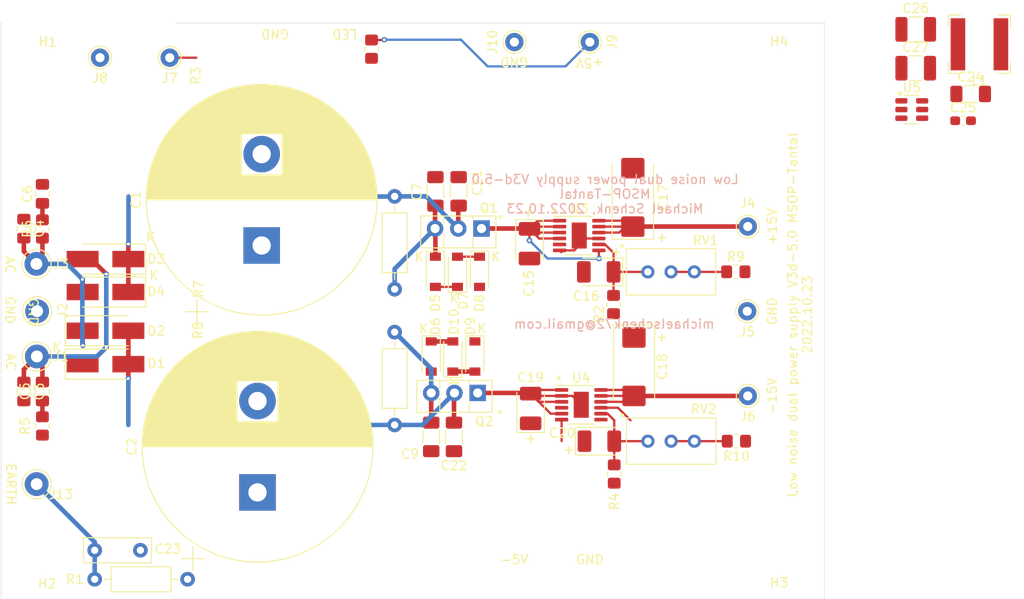
<source format=kicad_pcb>
(kicad_pcb (version 20241229) (generator "pcbnew") (generator_version "9.0")
  (layers (0 "F.Cu" signal) (2 "B.Cu" signal) (13 "F.Paste" user) (15 "B.Paste" user) (5 "F.SilkS" user "F.Silkscreen") (7 "B.SilkS" user "B.Silkscreen") (1 "F.Mask" user) (3 "B.Mask" user) (25 "Edge.Cuts" user))
  (net 0 "")
  (net 1 "GND")
  (net 2 "Net-(D3-K)")
  (net 3 "Net-(D1-A)")
  (net 4 "Net-(D1-K)")
  (net 5 "Net-(D2-K)")
  (net 6 "Net-(D5-K)")
  (net 7 "Net-(D6-A)")
  (net 8 "Net-(J9-Pin_1)")
  (net 9 "/SWOUT")
  (net 10 "Net-(Q1-E)")
  (net 11 "Net-(U3-SET)")
  (net 12 "Net-(C5-Pad2)")
  (net 13 "Net-(C6-Pad2)")
  (net 14 "Net-(J4-Pin_1)")
  (net 15 "Net-(J6-Pin_1)")
  (net 16 "Net-(Q2-E)")
  (net 17 "Net-(U4-SET)")
  (net 18 "Net-(J13-Pin_1)")
  (net 19 "Net-(D5-A)")
  (net 20 "Net-(D10-A)")
  (net 21 "Net-(D7-A)")
  (net 22 "Net-(D10-K)")
  (net 23 "Net-(J7-Pin_1)")
  (net 26 "Net-(R9-Pad1)")
  (net 27 "Net-(R10-Pad2)")
  (net 29 "Net-(U5-BST)")
  (footprint "MountingHole:MountingHole_3.2mm_M3" (layer "F.Cu") (at 65.9892 84.498718)
    (property "Reference" "H2" (at 0 4.3815 0) (layer "F.SilkS"))
    (property "Value" "MountingHole")
    (pad "" np_thru_hole circle (at 0 0) (size 3.2 3.2) (drill 3.2) (layers "*.Cu" "*.Mask"))
  )
  (footprint "Connector_Pin:Pin_D1.0mm_L10.0mm" (layer "F.Cu") (at 142.5575 59.055)
    (property "Reference" "J5" (at 0 2.25 0) (layer "F.SilkS"))
    (property "Value" "GND")
    (pad "1" thru_hole circle (at 0 0) (size 2 2) (drill 1) (layers "*.Cu" "*.Mask") (net 1 "GND"))
  )
  (footprint "Capacitor_THT:CP_Radial_D25.0mm_P10.00mm_SnapIn" (layer "F.Cu") (at 89.4588 51.8592 90)
    (property "Reference" "C1" (at 5 -13.75 90) (layer "F.SilkS"))
    (property "Value" "10000uF/25V")
    (pad "1" thru_hole rect (at 0 0 90) (size 4 4) (drill 2) (layers "*.Cu" "*.Mask") (net 2 "Net-(D3-K)"))
    (pad "2" thru_hole circle (at 10 0 90) (size 4 4) (drill 2) (layers "*.Cu" "*.Mask") (net 1 "GND"))
  )
  (footprint "MountingHole:MountingHole_3.2mm_M3" (layer "F.Cu") (at 65.9892 33.698718)
    (property "Reference" "H1" (at 0.0635 -4.1275 0) (layer "F.SilkS"))
    (property "Value" "MountingHole")
    (pad "" np_thru_hole circle (at 0 0) (size 3.2 3.2) (drill 3.2) (layers "*.Cu" "*.Mask"))
  )
  (footprint "MountingHole:MountingHole_3.2mm_M3" (layer "F.Cu") (at 146.05 33.655)
    (property "Reference" "H4" (at 0 -4.1275 0) (layer "F.SilkS"))
    (property "Value" "MountingHole")
    (pad "" np_thru_hole circle (at 0 0) (size 3.2 3.2) (drill 3.2) (layers "*.Cu" "*.Mask"))
  )
  (footprint "Connector_Pin:Pin_D1.3mm_L11.0mm" (layer "F.Cu") (at 64.8716 64.006718)
    (property "Reference" "J1" (at 2.6416 0 0) (layer "F.SilkS"))
    (property "Value" "AC")
    (pad "1" thru_hole circle (at 0 0) (size 2.6 2.6) (drill 1.3) (layers "*.Cu" "*.Mask") (net 4 "Net-(D1-K)"))
  )
  (footprint "Connector_Pin:Pin_D1.0mm_L10.0mm" (layer "F.Cu") (at 142.621 49.784)
    (property "Reference" "J4" (at 0 -2.54 0) (layer "F.SilkS"))
    (property "Value" "+15V")
    (pad "1" thru_hole circle (at 0 0) (size 2 2) (drill 1) (layers "*.Cu" "*.Mask") (net 14 "Net-(J4-Pin_1)"))
  )
  (footprint "Potentiometer_THT:Potentiometer_Bourns_3296W_Vertical" (layer "F.Cu") (at 131.689 54.747 180)
    (property "Reference" "RV1" (at -6.3092 3.439 0) (layer "F.SilkS"))
    (property "Value" "200k")
    (pad "1" thru_hole circle (at 0 0 180) (size 1.44 1.44) (drill 0.8) (layers "*.Cu" "*.Mask") (net 11 "Net-(U3-SET)"))
    (pad "2" thru_hole circle (at -2.54 0 180) (size 1.44 1.44) (drill 0.8) (layers "*.Cu" "*.Mask") (net 26 "Net-(R9-Pad1)"))
    (pad "3" thru_hole circle (at -5.08 0 180) (size 1.44 1.44) (drill 0.8) (layers "*.Cu" "*.Mask") (net 26 "Net-(R9-Pad1)"))
  )
  (footprint "Capacitor_THT:CP_Radial_D25.0mm_P10.00mm_SnapIn" (layer "F.Cu") (at 89.0016 78.8848 90)
    (property "Reference" "C2" (at 5 -13.75 90) (layer "F.SilkS"))
    (property "Value" "10000uF/25V")
    (pad "1" thru_hole rect (at 0 0 90) (size 4 4) (drill 2) (layers "*.Cu" "*.Mask") (net 1 "GND"))
    (pad "2" thru_hole circle (at 10 0 90) (size 4 4) (drill 2) (layers "*.Cu" "*.Mask") (net 3 "Net-(D1-A)"))
  )
  (footprint "MountingHole:MountingHole_3.2mm_M3" (layer "F.Cu") (at 146.05 84.455)
    (property "Reference" "H3" (at 0 4.318 0) (layer "F.SilkS"))
    (property "Value" "MountingHole")
    (pad "" np_thru_hole circle (at 0 0) (size 3.2 3.2) (drill 3.2) (layers "*.Cu" "*.Mask"))
  )
  (footprint "Connector_Pin:Pin_D1.0mm_L10.0mm" (layer "F.Cu") (at 79.3992 31.304218)
    (property "Reference" "J7" (at 0 2.25 0) (layer "F.SilkS"))
    (property "Value" "LED")
    (pad "1" thru_hole circle (at 0 0) (size 2 2) (drill 1) (layers "*.Cu" "*.Mask") (net 23 "Net-(J7-Pin_1)"))
  )
  (footprint "Connector_Pin:Pin_D1.0mm_L10.0mm" (layer "F.Cu") (at 71.7792 31.304218)
    (property "Reference" "J8" (at 0 2.25 0) (layer "F.SilkS"))
    (property "Value" "GND")
    (pad "1" thru_hole circle (at 0 0) (size 2 2) (drill 1) (layers "*.Cu" "*.Mask") (net 1 "GND"))
  )
  (footprint "Connector_Pin:Pin_D1.0mm_L10.0mm" (layer "F.Cu") (at 125.349 29.591)
    (property "Reference" "J9" (at 2.413 0 90) (layer "F.SilkS"))
    (property "Value" "+5V")
    (pad "1" thru_hole circle (at 0 0) (size 2 2) (drill 1) (layers "*.Cu" "*.Mask") (net 8 "Net-(J9-Pin_1)"))
  )
  (footprint "Connector_Pin:Pin_D1.0mm_L10.0mm" (layer "F.Cu") (at 117.094 29.591)
    (property "Reference" "J10" (at -2.413 0 90) (layer "F.SilkS"))
    (property "Value" "GND")
    (pad "1" thru_hole circle (at 0 0) (size 2 2) (drill 1) (layers "*.Cu" "*.Mask") (net 1 "GND"))
  )
  (footprint "Resistor_SMD:R_0805_2012Metric_Pad1.20x1.40mm_HandSolder" (layer "F.Cu") (at 101.473 30.369 90)
    (property "Reference" "R3" (at -2.903718 -19.2278 90) (layer "F.SilkS"))
    (property "Value" "240R")
    (pad "1" smd roundrect (at -1 0 90) (size 1.2 1.4) (layers "F.Cu" "F.Mask" "F.Paste") (roundrect_rratio 0.2083333333) (net 23 "Net-(J7-Pin_1)"))
    (pad "2" smd roundrect (at 1 0 90) (size 1.2 1.4) (layers "F.Cu" "F.Mask" "F.Paste") (roundrect_rratio 0.2083333333) (net 8 "Net-(J9-Pin_1)"))
  )
  (footprint "Connector_Pin:Pin_D1.3mm_L11.0mm" (layer "F.Cu") (at 64.8992 59.049218)
    (property "Reference" "J2" (at 2.794 -0.0635 270) (layer "F.SilkS"))
    (property "Value" "GND")
    (pad "1" thru_hole circle (at 0 0) (size 2.6 2.6) (drill 1.3) (layers "*.Cu" "*.Mask") (net 1 "GND"))
  )
  (footprint "Capacitor_Tantalum_SMD:CP_EIA-7343-31_Kemet-D_Pad2.25x2.55mm_HandSolder" (layer "F.Cu") (at 130.048 46.594 90)
    (property "Reference" "C17" (at 0 3.302 90) (layer "F.SilkS"))
    (property "Value" "33uF/25V")
    (pad "1" smd roundrect (at -3.2 0 90) (size 2.25 2.55) (layers "F.Cu" "F.Mask" "F.Paste") (roundrect_rratio 0.1111111111) (net 14 "Net-(J4-Pin_1)"))
    (pad "2" smd roundrect (at 3.2 0 90) (size 2.25 2.55) (layers "F.Cu" "F.Mask" "F.Paste") (roundrect_rratio 0.1111111111) (net 1 "GND"))
  )
  (footprint "Diode_SMD:D_SMA_Handsoldering" (layer "F.Cu") (at 72.3792 64.847718)
    (property "Reference" "D1" (at 5.548 -0.079 0) (layer "F.SilkS"))
    (property "Value" "BYG20D")
    (pad "1" smd rect (at -2.5 0) (size 3.5 1.8) (layers "F.Cu" "F.Mask" "F.Paste") (net 4 "Net-(D1-K)"))
    (pad "2" smd rect (at 2.5 0) (size 3.5 1.8) (layers "F.Cu" "F.Mask" "F.Paste") (net 3 "Net-(D1-A)"))
  )
  (footprint "Diode_SMD:D_SMA_Handsoldering" (layer "F.Cu") (at 72.3792 61.190118)
    (property "Reference" "D2" (at 5.548 0.0226 0) (layer "F.SilkS"))
    (property "Value" "BYG20D")
    (pad "1" smd rect (at -2.5 0) (size 3.5 1.8) (layers "F.Cu" "F.Mask" "F.Paste") (net 5 "Net-(D2-K)"))
    (pad "2" smd rect (at 2.5 0) (size 3.5 1.8) (layers "F.Cu" "F.Mask" "F.Paste") (net 3 "Net-(D1-A)"))
  )
  (footprint "Potentiometer_THT:Potentiometer_Bourns_3296W_Vertical" (layer "F.Cu") (at 131.699 73.279 180)
    (property "Reference" "RV2" (at -6.096 3.5052 0) (layer "F.SilkS"))
    (property "Value" "200k")
    (pad "1" thru_hole circle (at 0 0 180) (size 1.44 1.44) (drill 0.8) (layers "*.Cu" "*.Mask") (net 17 "Net-(U4-SET)"))
    (pad "2" thru_hole circle (at -2.54 0 180) (size 1.44 1.44) (drill 0.8) (layers "*.Cu" "*.Mask") (net 27 "Net-(R10-Pad2)"))
    (pad "3" thru_hole circle (at -5.08 0 180) (size 1.44 1.44) (drill 0.8) (layers "*.Cu" "*.Mask") (net 27 "Net-(R10-Pad2)"))
  )
  (footprint "Connector_Pin:Pin_D1.3mm_L11.0mm" (layer "F.Cu") (at 64.8208 53.872118)
    (property "Reference" "J3" (at 2.6924 0.0299 180) (layer "F.SilkS"))
    (property "Value" "AC")
    (pad "1" thru_hole circle (at 0 0) (size 2.6 2.6) (drill 1.3) (layers "*.Cu" "*.Mask") (net 5 "Net-(D2-K)"))
  )
  (footprint "Diode_SMD:D_SMA_Handsoldering" (layer "F.Cu") (at 72.3792 53.347718 180)
    (property "Reference" "D3" (at -5.548 0.009 0) (layer "F.SilkS"))
    (property "Value" "BYG20D")
    (pad "1" smd rect (at -2.5 0 180) (size 3.5 1.8) (layers "F.Cu" "F.Mask" "F.Paste") (net 2 "Net-(D3-K)"))
    (pad "2" smd rect (at 2.5 0 180) (size 3.5 1.8) (layers "F.Cu" "F.Mask" "F.Paste") (net 4 "Net-(D1-K)"))
  )
  (footprint "Diode_SMD:D_SMA_Handsoldering" (layer "F.Cu") (at 72.3792 56.954518 180)
    (property "Reference" "D4" (at -5.548 0.0598 0) (layer "F.SilkS"))
    (property "Value" "BYG20D")
    (pad "1" smd rect (at -2.5 0 180) (size 3.5 1.8) (layers "F.Cu" "F.Mask" "F.Paste") (net 2 "Net-(D3-K)"))
    (pad "2" smd rect (at 2.5 0 180) (size 3.5 1.8) (layers "F.Cu" "F.Mask" "F.Paste") (net 5 "Net-(D2-K)"))
  )
  (footprint "Capacitor_SMD:C_0805_2012Metric_Pad1.18x1.45mm_HandSolder" (layer "F.Cu") (at 63.4492 67.838218 -90)
    (property "Reference" "C3" (at 0 -1.68 90) (layer "F.SilkS"))
    (property "Value" "Cx/10nF/50V")
    (pad "1" smd roundrect (at -1.0375 0 270) (size 1.175 1.45) (layers "F.Cu" "F.Mask" "F.Paste") (roundrect_rratio 0.2127659574) (net 4 "Net-(D1-K)"))
    (pad "2" smd roundrect (at 1.0375 0 270) (size 1.175 1.45) (layers "F.Cu" "F.Mask" "F.Paste") (roundrect_rratio 0.2127659574) (net 1 "GND"))
  )
  (footprint "Capacitor_SMD:C_0805_2012Metric_Pad1.18x1.45mm_HandSolder" (layer "F.Cu") (at 63.4492 50.015218 -90)
    (property "Reference" "C4" (at 0 -1.68 90) (layer "F.SilkS"))
    (property "Value" "Cx/10nF/50V")
    (pad "1" smd roundrect (at -1.0375 0 270) (size 1.175 1.45) (layers "F.Cu" "F.Mask" "F.Paste") (roundrect_rratio 0.2127659574) (net 1 "GND"))
    (pad "2" smd roundrect (at 1.0375 0 270) (size 1.175 1.45) (layers "F.Cu" "F.Mask" "F.Paste") (roundrect_rratio 0.2127659574) (net 5 "Net-(D2-K)"))
  )
  (footprint "Capacitor_SMD:C_0805_2012Metric_Pad1.18x1.45mm_HandSolder" (layer "F.Cu") (at 65.4812 67.838218 -90)
    (property "Reference" "C5" (at -0.0215 1.905 90) (layer "F.SilkS"))
    (property "Value" "Cs/50V")
    (pad "1" smd roundrect (at -1.0375 0 270) (size 1.175 1.45) (layers "F.Cu" "F.Mask" "F.Paste") (roundrect_rratio 0.2127659574) (net 4 "Net-(D1-K)"))
    (pad "2" smd roundrect (at 1.0375 0 270) (size 1.175 1.45) (layers "F.Cu" "F.Mask" "F.Paste") (roundrect_rratio 0.2127659574) (net 12 "Net-(C5-Pad2)"))
  )
  (footprint "Capacitor_SMD:C_0805_2012Metric_Pad1.18x1.45mm_HandSolder" (layer "F.Cu") (at 65.4812 46.205218 -90)
    (property "Reference" "C6" (at 0.0215 1.651 90) (layer "F.SilkS"))
    (property "Value" "Cs/50V")
    (pad "1" smd roundrect (at -1.0375 0 270) (size 1.175 1.45) (layers "F.Cu" "F.Mask" "F.Paste") (roundrect_rratio 0.2127659574) (net 1 "GND"))
    (pad "2" smd roundrect (at 1.0375 0 270) (size 1.175 1.45) (layers "F.Cu" "F.Mask" "F.Paste") (roundrect_rratio 0.2127659574) (net 13 "Net-(C6-Pad2)"))
  )
  (footprint "Capacitor_SMD:C_1206_3216Metric_Pad1.33x1.80mm_HandSolder" (layer "F.Cu") (at 108.458 45.9375 90)
    (property "Reference" "C7" (at -0.0365 -2.032 90) (layer "F.SilkS"))
    (property "Value" "10uF/50V/X7R")
    (pad "1" smd roundrect (at -1.5625 0 90) (size 1.325 1.8) (layers "F.Cu" "F.Mask" "F.Paste") (roundrect_rratio 0.1886792453) (net 6 "Net-(D5-K)"))
    (pad "2" smd roundrect (at 1.5625 0 90) (size 1.325 1.8) (layers "F.Cu" "F.Mask" "F.Paste") (roundrect_rratio 0.1886792453) (net 1 "GND"))
  )
  (footprint "Capacitor_SMD:C_1206_3216Metric_Pad1.33x1.80mm_HandSolder" (layer "F.Cu") (at 108 72.8095 90)
    (property "Reference" "C9" (at -1.8665 -2.336 0) (layer "F.SilkS"))
    (property "Value" "10uF/50V/X7R")
    (pad "1" smd roundrect (at -1.5625 0 90) (size 1.325 1.8) (layers "F.Cu" "F.Mask" "F.Paste") (roundrect_rratio 0.1886792453) (net 1 "GND"))
    (pad "2" smd roundrect (at 1.5625 0 90) (size 1.325 1.8) (layers "F.Cu" "F.Mask" "F.Paste") (roundrect_rratio 0.1886792453) (net 7 "Net-(D6-A)"))
  )
  (footprint "Diode_SMD:D_SOD-123" (layer "F.Cu") (at 108.458 54.736 -90)
    (property "Reference" "D5" (at 3.43 0 90) (layer "F.SilkS"))
    (property "Value" "MMSZ5232B/5.6V")
    (pad "1" smd rect (at -1.65 0 270) (size 0.9 1.2) (layers "F.Cu" "F.Mask" "F.Paste") (net 6 "Net-(D5-K)"))
    (pad "2" smd rect (at 1.65 0 270) (size 0.9 1.2) (layers "F.Cu" "F.Mask" "F.Paste") (net 19 "Net-(D5-A)"))
  )
  (footprint "Diode_SMD:D_SOD-123" (layer "F.Cu") (at 108 64.009 -90)
    (property "Reference" "D6" (at -3.303 -0.458 90) (layer "F.SilkS"))
    (property "Value" "MMSZ5232B/5.6V")
    (pad "1" smd rect (at -1.65 0 270) (size 0.9 1.2) (layers "F.Cu" "F.Mask" "F.Paste") (net 20 "Net-(D10-A)"))
    (pad "2" smd rect (at 1.65 0 270) (size 0.9 1.2) (layers "F.Cu" "F.Mask" "F.Paste") (net 7 "Net-(D6-A)"))
  )
  (footprint "Package_TO_SOT_THT:TO-126-3_Vertical" (layer "F.Cu") (at 113.5 50 180)
    (property "Reference" "Q1" (at -0.8 2.248 0) (layer "F.SilkS"))
    (property "Value" "BD139")
    (pad "1" thru_hole rect (at 0 0 180) (size 1.8 1.8) (drill 1) (layers "*.Cu" "*.Mask") (net 10 "Net-(Q1-E)"))
    (pad "2" thru_hole oval (at 2.54 0 180) (size 1.8 1.8) (drill 1) (layers "*.Cu" "*.Mask") (net 2 "Net-(D3-K)"))
    (pad "3" thru_hole oval (at 5.08 0 180) (size 1.8 1.8) (drill 1) (layers "*.Cu" "*.Mask") (net 6 "Net-(D5-K)"))
  )
  (footprint "Package_TO_SOT_THT:TO-126-3_Vertical" (layer "F.Cu") (at 113.08 68 180)
    (property "Reference" "Q2" (at -0.712 -3.12 0) (layer "F.SilkS"))
    (property "Value" "BD140")
    (pad "1" thru_hole rect (at 0 0 180) (size 1.8 1.8) (drill 1) (layers "*.Cu" "*.Mask") (net 16 "Net-(Q2-E)"))
    (pad "2" thru_hole oval (at 2.54 0 180) (size 1.8 1.8) (drill 1) (layers "*.Cu" "*.Mask") (net 3 "Net-(D1-A)"))
    (pad "3" thru_hole oval (at 5.08 0 180) (size 1.8 1.8) (drill 1) (layers "*.Cu" "*.Mask") (net 7 "Net-(D6-A)"))
  )
  (footprint "Resistor_SMD:R_0805_2012Metric_Pad1.20x1.40mm_HandSolder" (layer "F.Cu") (at 65.4812 71.610718 -90)
    (property "Reference" "R5" (at 0.016 1.905 90) (layer "F.SilkS"))
    (property "Value" "Rs/1/8W")
    (pad "1" smd roundrect (at -1 0 270) (size 1.2 1.4) (layers "F.Cu" "F.Mask" "F.Paste") (roundrect_rratio 0.2083333333) (net 12 "Net-(C5-Pad2)"))
    (pad "2" smd roundrect (at 1 0 270) (size 1.2 1.4) (layers "F.Cu" "F.Mask" "F.Paste") (roundrect_rratio 0.2083333333) (net 1 "GND"))
  )
  (footprint "Resistor_SMD:R_0805_2012Metric_Pad1.20x1.40mm_HandSolder" (layer "F.Cu") (at 65.4812 50.052718 -90)
    (property "Reference" "R6" (at -0.016 1.651 90) (layer "F.SilkS"))
    (property "Value" "Rs/1/8W")
    (pad "1" smd roundrect (at -1 0 270) (size 1.2 1.4) (layers "F.Cu" "F.Mask" "F.Paste") (roundrect_rratio 0.2083333333) (net 13 "Net-(C6-Pad2)"))
    (pad "2" smd roundrect (at 1 0 270) (size 1.2 1.4) (layers "F.Cu" "F.Mask" "F.Paste") (roundrect_rratio 0.2083333333) (net 5 "Net-(D2-K)"))
  )
  (footprint "Resistor_THT:R_Axial_DIN0207_L6.3mm_D2.5mm_P10.16mm_Horizontal" (layer "F.Cu") (at 104 46.482 -90)
    (property "Reference" "R7" (at 10.158718 21.4503 90) (layer "F.SilkS"))
    (property "Value" "430R/0.6W")
    (pad "1" thru_hole circle (at 0 0 270) (size 1.6 1.6) (drill 0.8) (layers "*.Cu" "*.Mask") (net 2 "Net-(D3-K)"))
    (pad "2" thru_hole oval (at 10.16 0 270) (size 1.6 1.6) (drill 0.8) (layers "*.Cu" "*.Mask") (net 6 "Net-(D5-K)"))
  )
  (footprint "Resistor_THT:R_Axial_DIN0207_L6.3mm_D2.5mm_P10.16mm_Horizontal" (layer "F.Cu") (at 104 61.34 -90)
    (property "Reference" "R8" (at -0.191782 21.5138 90) (layer "F.SilkS"))
    (property "Value" "430R/0.6W")
    (pad "1" thru_hole circle (at 0 0 270) (size 1.6 1.6) (drill 0.8) (layers "*.Cu" "*.Mask") (net 7 "Net-(D6-A)"))
    (pad "2" thru_hole oval (at 10.16 0 270) (size 1.6 1.6) (drill 0.8) (layers "*.Cu" "*.Mask") (net 3 "Net-(D1-A)"))
  )
  (footprint "Capacitor_Tantalum_SMD:CP_EIA-7343-31_Kemet-D_Pad2.25x2.55mm_HandSolder" (layer "F.Cu") (at 130.175 65.126 -90)
    (property "Reference" "C18" (at 0 -3.1 90) (layer "F.SilkS"))
    (property "Value" "33uF/25V")
    (pad "1" smd roundrect (at -3.2 0 270) (size 2.25 2.55) (layers "F.Cu" "F.Mask" "F.Paste") (roundrect_rratio 0.1111111111) (net 1 "GND"))
    (pad "2" smd roundrect (at 3.2 0 270) (size 2.25 2.55) (layers "F.Cu" "F.Mask" "F.Paste") (roundrect_rratio 0.1111111111) (net 15 "Net-(J6-Pin_1)"))
  )
  (footprint "Diode_SMD:D_SOD-123" (layer "F.Cu") (at 110.871 54.736 90)
    (property "Reference" "D7" (at -3.176 0.635 90) (layer "F.SilkS"))
    (property "Value" "MMSZ5232B/5.6V")
    (pad "1" smd rect (at -1.65 0 90) (size 0.9 1.2) (layers "F.Cu" "F.Mask" "F.Paste") (net 19 "Net-(D5-A)"))
    (pad "2" smd rect (at 1.65 0 90) (size 0.9 1.2) (layers "F.Cu" "F.Mask" "F.Paste") (net 21 "Net-(D7-A)"))
  )
  (footprint "Diode_SMD:D_SOD-123" (layer "F.Cu") (at 113.284 54.736 -90)
    (property "Reference" "D8" (at 3.43 0 90) (layer "F.SilkS"))
    (property "Value" "MMSZ5232B/5.6V")
    (pad "1" smd rect (at -1.65 0 270) (size 0.9 1.2) (layers "F.Cu" "F.Mask" "F.Paste") (net 21 "Net-(D7-A)"))
    (pad "2" smd rect (at 1.65 0 270) (size 0.9 1.2) (layers "F.Cu" "F.Mask" "F.Paste") (net 1 "GND"))
  )
  (footprint "Diode_SMD:D_SOD-123" (layer "F.Cu") (at 112.776 64.009 -90)
    (property "Reference" "D9" (at -3.303 0.508 90) (layer "F.SilkS"))
    (property "Value" "MMSZ5232B/5.6V")
    (pad "1" smd rect (at -1.65 0 270) (size 0.9 1.2) (layers "F.Cu" "F.Mask" "F.Paste") (net 1 "GND"))
    (pad "2" smd rect (at 1.65 0 270) (size 0.9 1.2) (layers "F.Cu" "F.Mask" "F.Paste") (net 22 "Net-(D10-K)"))
  )
  (footprint "Diode_SMD:D_SOD-123" (layer "F.Cu") (at 110.363 64.009 90)
    (property "Reference" "D10" (at 3.811 0.127 90) (layer "F.SilkS"))
    (property "Value" "MMSZ5232B/5.6V")
    (pad "1" smd rect (at -1.65 0 90) (size 0.9 1.2) (layers "F.Cu" "F.Mask" "F.Paste") (net 22 "Net-(D10-K)"))
    (pad "2" smd rect (at 1.65 0 90) (size 0.9 1.2) (layers "F.Cu" "F.Mask" "F.Paste") (net 20 "Net-(D10-A)"))
  )
  (footprint "Capacitor_Tantalum_SMD:CP_EIA-3528-15_AVX-H_Pad1.50x2.35mm_HandSolder" (layer "F.Cu") (at 126.391 73.279)
    (property "Reference" "C20" (at -4.09 -0.889 0) (layer "F.SilkS"))
    (property "Value" "4.7uF/35V")
    (pad "1" smd roundrect (at -1.625 0) (size 1.5 2.35) (layers "F.Cu" "F.Mask" "F.Paste") (roundrect_rratio 0.1666673333) (net 1 "GND"))
    (pad "2" smd roundrect (at 1.625 0) (size 1.5 2.35) (layers "F.Cu" "F.Mask" "F.Paste") (roundrect_rratio 0.1666673333) (net 17 "Net-(U4-SET)"))
  )
  (footprint "Connector_Pin:Pin_D1.0mm_L10.0mm" (layer "F.Cu") (at 142.621 68.326)
    (property "Reference" "J6" (at 0 2.25 0) (layer "F.SilkS"))
    (property "Value" "-15V")
    (pad "1" thru_hole circle (at 0 0) (size 2 2) (drill 1) (layers "*.Cu" "*.Mask") (net 15 "Net-(J6-Pin_1)"))
  )
  (footprint "Capacitor_SMD:C_1206_3216Metric_Pad1.33x1.80mm_HandSolder" (layer "F.Cu") (at 111 45.9375 90)
    (property "Reference" "C21" (at 0.9795 2.03 90) (layer "F.SilkS"))
    (property "Value" "10uF/50V/X7R")
    (pad "1" smd roundrect (at -1.5625 0 90) (size 1.325 1.8) (layers "F.Cu" "F.Mask" "F.Paste") (roundrect_rratio 0.1886792453) (net 2 "Net-(D3-K)"))
    (pad "2" smd roundrect (at 1.5625 0 90) (size 1.325 1.8) (layers "F.Cu" "F.Mask" "F.Paste") (roundrect_rratio 0.1886792453) (net 1 "GND"))
  )
  (footprint "Capacitor_SMD:C_1206_3216Metric_Pad1.33x1.80mm_HandSolder" (layer "F.Cu") (at 110.49 72.8095 90)
    (property "Reference" "C22" (at -3.1365 0 0) (layer "F.SilkS"))
    (property "Value" "10uF/50V/X7R")
    (pad "1" smd roundrect (at -1.5625 0 90) (size 1.325 1.8) (layers "F.Cu" "F.Mask" "F.Paste") (roundrect_rratio 0.1886792453) (net 1 "GND"))
    (pad "2" smd roundrect (at 1.5625 0 90) (size 1.325 1.8) (layers "F.Cu" "F.Mask" "F.Paste") (roundrect_rratio 0.1886792453) (net 3 "Net-(D1-A)"))
  )
  (footprint "Capacitor_Tantalum_SMD:CP_EIA-3528-15_AVX-H_Pad1.50x2.35mm_HandSolder" (layer "F.Cu") (at 118.872 69.697 90)
    (property "Reference" "C19" (at 3.403 0 180) (layer "F.SilkS"))
    (property "Value" "4.7uF/35V")
    (pad "1" smd roundrect (at -1.625 0 90) (size 1.5 2.35) (layers "F.Cu" "F.Mask" "F.Paste") (roundrect_rratio 0.1666673333) (net 1 "GND"))
    (pad "2" smd roundrect (at 1.625 0 90) (size 1.5 2.35) (layers "F.Cu" "F.Mask" "F.Paste") (roundrect_rratio 0.1666673333) (net 16 "Net-(Q2-E)"))
  )
  (footprint "Package_SO:MSOP-12-1EP_3x4mm_P0.65mm_EP1.65x2.85mm" (layer "F.Cu") (at 124.4105 69.2935)
    (property "Reference" "U4" (at 0 -2.95 0) (layer "F.SilkS"))
    (property "Value" "LT3094xMSE")
    (pad "1" smd roundrect (at -2.15 -1.625) (size 1.45 0.4) (layers "F.Cu" "F.Mask" "F.Paste") (net 16 "Net-(Q2-E)"))
    (pad "2" smd roundrect (at -2.15 -0.975) (size 1.45 0.4) (layers "F.Cu" "F.Mask" "F.Paste") (net 16 "Net-(Q2-E)"))
    (pad "3" smd roundrect (at -2.15 -0.325) (size 1.45 0.4) (layers "F.Cu" "F.Mask" "F.Paste") (net 16 "Net-(Q2-E)"))
    (pad "4" smd roundrect (at -2.15 0.325) (size 1.45 0.4) (layers "F.Cu" "F.Mask" "F.Paste"))
    (pad "5" smd roundrect (at -2.15 0.975) (size 1.45 0.4) (layers "F.Cu" "F.Mask" "F.Paste") (net 16 "Net-(Q2-E)"))
    (pad "6" smd roundrect (at -2.15 1.625) (size 1.45 0.4) (layers "F.Cu" "F.Mask" "F.Paste") (net 1 "GND"))
    (pad "7" smd roundrect (at 2.15 1.625) (size 1.45 0.4) (layers "F.Cu" "F.Mask" "F.Paste"))
    (pad "8" smd roundrect (at 2.15 0.975) (size 1.45 0.4) (layers "F.Cu" "F.Mask" "F.Paste") (net 17 "Net-(U4-SET)"))
    (pad "9" smd roundrect (at 2.15 0.325) (size 1.45 0.4) (layers "F.Cu" "F.Mask" "F.Paste") (net 1 "GND"))
    (pad "10" smd roundrect (at 2.15 -0.325) (size 1.45 0.4) (layers "F.Cu" "F.Mask" "F.Paste") (net 15 "Net-(J6-Pin_1)"))
    (pad "11" smd roundrect (at 2.15 -0.975) (size 1.45 0.4) (layers "F.Cu" "F.Mask" "F.Paste") (net 15 "Net-(J6-Pin_1)"))
    (pad "12" smd roundrect (at 2.15 -1.625) (size 1.45 0.4) (layers "F.Cu" "F.Mask" "F.Paste") (net 15 "Net-(J6-Pin_1)"))
    (pad "13" smd rect (at 0 0) (size 1.65 2.85) (layers "F.Cu" "F.Mask") (net 16 "Net-(Q2-E)"))
  )
  (footprint "Capacitor_Tantalum_SMD:CP_EIA-3528-15_AVX-H_Pad1.50x2.35mm_HandSolder" (layer "F.Cu") (at 118.745 51.663 -90)
    (property "Reference" "C15" (at 4.344 0.0635 90) (layer "F.SilkS"))
    (property "Value" "4.7uF/35V")
    (pad "1" smd roundrect (at -1.625 0 270) (size 1.5 2.35) (layers "F.Cu" "F.Mask" "F.Paste") (roundrect_rratio 0.1666673333) (net 10 "Net-(Q1-E)"))
    (pad "2" smd roundrect (at 1.625 0 270) (size 1.5 2.35) (layers "F.Cu" "F.Mask" "F.Paste") (roundrect_rratio 0.1666673333) (net 1 "GND"))
  )
  (footprint "Capacitor_Tantalum_SMD:CP_EIA-3528-15_AVX-H_Pad1.50x2.35mm_HandSolder" (layer "F.Cu") (at 126.3175 54.747 180)
    (property "Reference" "C16" (at 1.3495 -2.657 0) (layer "F.SilkS"))
    (property "Value" "4.7uF/35V")
    (pad "1" smd roundrect (at -1.625 0 180) (size 1.5 2.35) (layers "F.Cu" "F.Mask" "F.Paste") (roundrect_rratio 0.1666673333) (net 11 "Net-(U3-SET)"))
    (pad "2" smd roundrect (at 1.625 0 180) (size 1.5 2.35) (layers "F.Cu" "F.Mask" "F.Paste") (roundrect_rratio 0.1666673333) (net 1 "GND"))
  )
  (footprint "Package_SO:MSOP-12-1EP_3x4mm_P0.65mm_EP1.65x2.85mm" (layer "F.Cu") (at 124.187 50.769)
    (property "Reference" "U3" (at 0 -2.95 0) (layer "F.SilkS"))
    (property "Value" "LT3045xMSE")
    (pad "1" smd roundrect (at -2.15 -1.625) (size 1.45 0.4) (layers "F.Cu" "F.Mask" "F.Paste") (net 10 "Net-(Q1-E)"))
    (pad "2" smd roundrect (at -2.15 -0.975) (size 1.45 0.4) (layers "F.Cu" "F.Mask" "F.Paste") (net 10 "Net-(Q1-E)"))
    (pad "3" smd roundrect (at -2.15 -0.325) (size 1.45 0.4) (layers "F.Cu" "F.Mask" "F.Paste") (net 10 "Net-(Q1-E)"))
    (pad "4" smd roundrect (at -2.15 0.325) (size 1.45 0.4) (layers "F.Cu" "F.Mask" "F.Paste") (net 10 "Net-(Q1-E)"))
    (pad "5" smd roundrect (at -2.15 0.975) (size 1.45 0.4) (layers "F.Cu" "F.Mask" "F.Paste"))
    (pad "6" smd roundrect (at -2.15 1.625) (size 1.45 0.4) (layers "F.Cu" "F.Mask" "F.Paste") (net 1 "GND"))
    (pad "7" smd roundrect (at 2.15 1.625) (size 1.45 0.4) (layers "F.Cu" "F.Mask" "F.Paste") (net 10 "Net-(Q1-E)"))
    (pad "8" smd roundrect (at 2.15 0.975) (size 1.45 0.4) (layers "F.Cu" "F.Mask" "F.Paste") (net 11 "Net-(U3-SET)"))
    (pad "9" smd roundrect (at 2.15 0.325) (size 1.45 0.4) (layers "F.Cu" "F.Mask" "F.Paste") (net 1 "GND"))
    (pad "10" smd roundrect (at 2.15 -0.325) (size 1.45 0.4) (layers "F.Cu" "F.Mask" "F.Paste") (net 14 "Net-(J4-Pin_1)"))
    (pad "11" smd roundrect (at 2.15 -0.975) (size 1.45 0.4) (layers "F.Cu" "F.Mask" "F.Paste") (net 14 "Net-(J4-Pin_1)"))
    (pad "12" smd roundrect (at 2.15 -1.625) (size 1.45 0.4) (layers "F.Cu" "F.Mask" "F.Paste") (net 14 "Net-(J4-Pin_1)"))
    (pad "13" smd rect (at 0 0) (size 1.65 2.85) (layers "F.Cu" "F.Mask") (net 1 "GND"))
  )
  (footprint "Capacitor_SMD:C_1210_3225Metric_Pad1.33x2.70mm_HandSolder" (layer "F.Cu") (at 160.9879 28.2016)
    (property "Reference" "C26" (at 0 -2.3 0) (layer "F.SilkS"))
    (property "Value" "22uF/25V/X7R")
    (pad "1" smd roundrect (at -1.5625 0) (size 1.325 2.7) (layers "F.Cu" "F.Mask" "F.Paste") (roundrect_rratio 0.188679) (net 8 "Net-(J9-Pin_1)"))
    (pad "2" smd roundrect (at 1.5625 0) (size 1.325 2.7) (layers "F.Cu" "F.Mask" "F.Paste") (roundrect_rratio 0.188679) (net 1 "GND"))
  )
  (footprint "Capacitor_THT:C_Rect_L7.2mm_W2.5mm_P5.00mm_FKS2_FKP2_MKS2_MKP2" (layer "F.Cu") (at 71.1962 85.215718)
    (property "Reference" "C23" (at 8.001 -0.127 0) (layer "F.SilkS"))
    (property "Value" "10nF")
    (pad "1" thru_hole circle (at 0 0) (size 1.6 1.6) (drill 0.8) (layers "*.Cu" "*.Mask") (net 18 "Net-(J13-Pin_1)"))
    (pad "2" thru_hole circle (at 5 0) (size 1.6 1.6) (drill 0.8) (layers "*.Cu" "*.Mask") (net 1 "GND"))
  )
  (footprint "Inductor_SMD:L_Bourns-SRN6028" (layer "F.Cu") (at 167.9529 29.8366)
    (property "Reference" "L1" (at 0 4 0) (layer "F.SilkS"))
    (property "Value" "4.7uH")
    (pad "1" smd rect (at -2.35 0) (size 1.6 5.7) (layers "F.Cu" "F.Mask" "F.Paste") (net 9 "/SWOUT"))
    (pad "2" smd rect (at 2.35 0) (size 1.6 5.7) (layers "F.Cu" "F.Mask" "F.Paste") (net 8 "Net-(J9-Pin_1)"))
  )
  (footprint "Connector_Pin:Pin_D1.3mm_L11.0mm" (layer "F.Cu") (at 64.8462 77.976718)
    (property "Reference" "J13" (at 2.667 1.143 0) (layer "F.SilkS"))
    (property "Value" "EARTH")
    (pad "1" thru_hole circle (at 0 0) (size 2.6 2.6) (drill 1.3) (layers "*.Cu" "*.Mask") (net 18 "Net-(J13-Pin_1)"))
  )
  (footprint "Capacitor_SMD:C_1210_3225Metric_Pad1.33x2.70mm_HandSolder" (layer "F.Cu") (at 160.9879 32.4516)
    (property "Reference" "C27" (at 0 -2.3 0) (layer "F.SilkS"))
    (property "Value" "22uF/25V/X7R")
    (pad "1" smd roundrect (at -1.5625 0) (size 1.325 2.7) (layers "F.Cu" "F.Mask" "F.Paste") (roundrect_rratio 0.188679) (net 8 "Net-(J9-Pin_1)"))
    (pad "2" smd roundrect (at 1.5625 0) (size 1.325 2.7) (layers "F.Cu" "F.Mask" "F.Paste") (roundrect_rratio 0.188679) (net 1 "GND"))
  )
  (footprint "Package_TO_SOT_SMD:TSOT-23-6" (layer "F.Cu") (at 160.5579 36.9766)
    (property "Reference" "U5" (at 0 -2.4 0) (layer "F.SilkS"))
    (property "Value" "AP63205WU")
    (pad "1" smd roundrect (at -1.1375 -0.95) (size 1.325 0.6) (layers "F.Cu" "F.Mask" "F.Paste") (net 8 "Net-(J9-Pin_1)"))
    (pad "2" smd roundrect (at -1.1375 0) (size 1.325 0.6) (layers "F.Cu" "F.Mask" "F.Paste") (net 2 "Net-(D3-K)"))
    (pad "3" smd roundrect (at -1.1375 0.95) (size 1.325 0.6) (layers "F.Cu" "F.Mask" "F.Paste") (net 2 "Net-(D3-K)"))
    (pad "4" smd roundrect (at 1.1375 0.95) (size 1.325 0.6) (layers "F.Cu" "F.Mask" "F.Paste") (net 1 "GND"))
    (pad "5" smd roundrect (at 1.1375 0) (size 1.325 0.6) (layers "F.Cu" "F.Mask" "F.Paste") (net 9 "/SWOUT"))
    (pad "6" smd roundrect (at 1.1375 -0.95) (size 1.325 0.6) (layers "F.Cu" "F.Mask" "F.Paste") (net 29 "Net-(U5-BST)"))
  )
  (footprint "Resistor_THT:R_Axial_DIN0207_L6.3mm_D2.5mm_P10.16mm_Horizontal" (layer "F.Cu") (at 81.3562 88.390718 180)
    (property "Reference" "R1" (at 12.319 0 0) (layer "F.SilkS"))
    (property "Value" "100R/0.6W")
    (pad "1" thru_hole circle (at 0 0 180) (size 1.6 1.6) (drill 0.8) (layers "*.Cu" "*.Mask") (net 1 "GND"))
    (pad "2" thru_hole oval (at 10.16 0 180) (size 1.6 1.6) (drill 0.8) (layers "*.Cu" "*.Mask") (net 18 "Net-(J13-Pin_1)"))
  )
  (footprint "Capacitor_SMD:C_0603_1608Metric_Pad1.08x0.95mm_HandSolder" (layer "F.Cu") (at 166.1679 38.2016)
    (property "Reference" "C25" (at 0 -1.43 0) (layer "F.SilkS"))
    (property "Value" "100nF/50V/X7R")
    (pad "1" smd roundrect (at -0.8625 0) (size 1.075 0.95) (layers "F.Cu" "F.Mask" "F.Paste") (net 9 "/SWOUT"))
    (pad "2" smd roundrect (at 0.8625 0) (size 1.075 0.95) (layers "F.Cu" "F.Mask" "F.Paste") (net 29 "Net-(U5-BST)"))
  )
  (footprint "Resistor_SMD:R_0805_2012Metric_Pad1.20x1.40mm_HandSolder" (layer "F.Cu") (at 141.3764 73.279 180)
    (property "Reference" "R10" (at 0 -1.65 0) (layer "F.SilkS"))
    (property "Value" "Rvset")
    (pad "1" smd roundrect (at -1 0 180) (size 1.2 1.4) (layers "F.Cu" "F.Mask" "F.Paste") (roundrect_rratio 0.2083333333) (net 1 "GND"))
    (pad "2" smd roundrect (at 1 0 180) (size 1.2 1.4) (layers "F.Cu" "F.Mask" "F.Paste") (roundrect_rratio 0.2083333333) (net 27 "Net-(R10-Pad2)"))
  )
  (footprint "Resistor_SMD:R_0805_2012Metric_Pad1.20x1.40mm_HandSolder" (layer "F.Cu") (at 128.016 76.8698 90)
    (property "Reference" "R4" (at -3.0132 0 90) (layer "F.SilkS"))
    (property "Value" "Rvset")
    (pad "1" smd roundrect (at -1 0 90) (size 1.2 1.4) (layers "F.Cu" "F.Mask" "F.Paste") (roundrect_rratio 0.2083333333) (net 1 "GND"))
    (pad "2" smd roundrect (at 1 0 90) (size 1.2 1.4) (layers "F.Cu" "F.Mask" "F.Paste") (roundrect_rratio 0.2083333333) (net 17 "Net-(U4-SET)"))
  )
  (footprint "Capacitor_SMD:C_1206_3216Metric_Pad1.33x1.80mm_HandSolder" (layer "F.Cu") (at 166.9979 35.2716)
    (property "Reference" "C24" (at 0 -1.85 0) (layer "F.SilkS"))
    (property "Value" "10uF/50V/X7R")
    (pad "1" smd roundrect (at -1.5625 0) (size 1.325 1.8) (layers "F.Cu" "F.Mask" "F.Paste") (roundrect_rratio 0.188679) (net 2 "Net-(D3-K)"))
    (pad "2" smd roundrect (at 1.5625 0) (size 1.325 1.8) (layers "F.Cu" "F.Mask" "F.Paste") (roundrect_rratio 0.188679) (net 1 "GND"))
  )
  (footprint "Resistor_SMD:R_0805_2012Metric_Pad1.20x1.40mm_HandSolder" (layer "F.Cu") (at 127.9398 58.3278 -90)
    (property "Reference" "R2" (at 1.0574 1.5748 90) (layer "F.SilkS"))
    (property "Value" "Rvset")
    (pad "1" smd roundrect (at -1 0 270) (size 1.2 1.4) (layers "F.Cu" "F.Mask" "F.Paste") (roundrect_rratio 0.2083333333) (net 11 "Net-(U3-SET)"))
    (pad "2" smd roundrect (at 1 0 270) (size 1.2 1.4) (layers "F.Cu" "F.Mask" "F.Paste") (roundrect_rratio 0.2083333333) (net 1 "GND"))
  )
  (footprint "Resistor_SMD:R_0805_2012Metric_Pad1.20x1.40mm_HandSolder" (layer "F.Cu") (at 141.3096 54.737)
    (property "Reference" "R9" (at 0 -1.65 0) (layer "F.SilkS"))
    (property "Value" "Rvset")
    (pad "1" smd roundrect (at -1 0) (size 1.2 1.4) (layers "F.Cu" "F.Mask" "F.Paste") (roundrect_rratio 0.2083333333) (net 26 "Net-(R9-Pad1)"))
    (pad "2" smd roundrect (at 1 0) (size 1.2 1.4) (layers "F.Cu" "F.Mask" "F.Paste") (roundrect_rratio 0.2083333333) (net 1 "GND"))
  )
  (gr_line (start 60.955 27.446393) (end 60.965 90.497393) (stroke (width 0.05)) (layer "Edge.Cuts"))
  (gr_line (start 151.003 90.551) (end 151.003 27.5) (stroke (width 0.05)) (layer "Edge.Cuts"))
  (gr_line (start 80.01 90.551) (end 151.003 90.551) (stroke (width 0.05)) (layer "Edge.Cuts"))
  (gr_line (start 151.003 27.5) (end 80 27.5) (stroke (width 0.05)) (layer "Edge.Cuts"))
  (gr_text "LED" (at 98.552 28.702 180) (layer "F.SilkS") (effects (font (size 1 1))))
  (gr_text "GND" (at 90.932 28.702 180) (layer "F.SilkS") (effects (font (size 1 1))))
  (gr_text "GND" (at 125.349 86.233 0) (layer "F.SilkS") (effects (font (size 1 1))))
  (gr_text "-5V" (at 117.094 86.233 0) (layer "F.SilkS") (effects (font (size 1 1))))
  (gr_text "+5V" (at 125.349 31.877 180) (layer "F.SilkS") (effects (font (size 1 1))))
  (gr_text "GND" (at 117.094 31.75 180) (layer "F.SilkS") (effects (font (size 1 1))))
  (gr_text "K" (at 67.0687 62.990718 0) (layer "F.SilkS") (effects (font (size 1 1))))
  (gr_text "K" (at 77.6732 55.116718 0) (layer "F.SilkS") (effects (font (size 1 1))))
  (gr_text "K" (at 107.188 60.96 0) (layer "F.SilkS") (effects (font (size 1 1))))
  (gr_text "°" (at 128.905 52.324 0) (layer "F.SilkS") (effects (font (size 1 1))))
  (gr_text "°" (at 121.943 66.7795 0) (layer "F.SilkS") (effects (font (size 1 1))))
  (gr_text "+" (at 123.063 74.168 0) (layer "F.SilkS") (effects (font (size 1 1))))
  (gr_text "°" (at 115.57 49.149 0) (layer "F.SilkS") (effects (font (size 1 1))))
  (gr_text "°" (at 115.5 70.5 0) (layer "F.SilkS") (effects (font (size 1 1))))
  (gr_text "-15V" (at 145.288 68.326 90) (layer "F.SilkS") (effects (font (size 1 1))))
  (gr_text "+" (at 118.872 72.939 0) (layer "F.SilkS") (effects (font (size 1 1))))
  (gr_text "°" (at 121.4655 48.3335 0) (layer "F.SilkS") (effects (font (size 1 1))))
  (gr_text "+" (at 128.2192 52.5018 0) (layer "F.SilkS") (effects (font (size 1 1))))
  (gr_text "+" (at 118.618 48.26 0) (layer "F.SilkS") (effects (font (size 1 1))))
  (gr_text "+" (at 133.223 50.937 0) (layer "F.SilkS") (effects (font (size 1 1))))
  (gr_text "+" (at 133.223 61.849 0) (layer "F.SilkS") (effects (font (size 1 1))))
  (gr_text "AC" (at 61.9252 53.973718 270) (layer "F.SilkS") (effects (font (size 1 1))))
  (gr_text "K" (at 106.68 53.086 0) (layer "F.SilkS") (effects (font (size 1 1))))
  (gr_text "K" (at 110.49 57.658 0) (layer "F.SilkS") (effects (font (size 1 1))))
  (gr_text "EARTH" (at 62.0522 77.976718 270) (layer "F.SilkS") (effects (font (size 1 1))))
  (gr_text "GND" (at 145.288 59.055 90) (layer "F.SilkS") (effects (font (size 1 1))))
  (gr_text "K" (at 113.538 60.96 0) (layer "F.SilkS") (effects (font (size 1 1))))
  (gr_text "°" (at 128.905 70.866 0) (layer "F.SilkS") (effects (font (size 1 1))))
  (gr_text "K" (at 115.062 53.086 0) (layer "F.SilkS") (effects (font (size 1 1))))
  (gr_text "K" (at 110.54 66.63 90) (layer "F.SilkS") (effects (font (size 1 1))))
  (gr_text "K" (at 77.2922 50.925718 0) (layer "F.SilkS") (effects (font (size 1 1))))
  (gr_text "GND" (at 61.9252 58.926673 270) (layer "F.SilkS") (effects (font (size 1 1))))
  (gr_text "Low noise dual power supply V3d-5.0 MSOP-Tantal\n2022.10.23" (at 148.336 59.436 90) (layer "F.SilkS") (effects (font (size 1 1))))
  (gr_text "AC" (at 62.0268 64.586418 270) (layer "F.SilkS") (effects (font (size 1 1))))
  (gr_text "GND" (at 64.4652 59.112718 270) (layer "F.SilkS") (effects (font (size 1 1))))
  (gr_text "+15V" (at 145.288 49.784 90) (layer "F.SilkS") (effects (font (size 1 1))))
  (gr_text "michaelschenk72@gmail.com" (at 128.016 60.452 0) (layer "B.SilkS") (effects (font (size 1 1)) (justify mirror)))
  (gr_text "Low noise dual power supply V3d-5.0\nMSOP-Tantal\nMichael Schenk, 2022.10.23" (at 127 46.228 0) (layer "B.SilkS") (effects (font (size 1 1)) (justify mirror)))
  (segment (start 122.037 52.394) (end 122.237 52.594) (width 0.25) (layer "F.Cu") (net 1))
  (segment (start 126.337 51.094) (end 124.512 51.094) (width 0.25) (layer "F.Cu") (net 1))
  (segment (start 126.5605 69.6185) (end 128.4195 69.6185) (width 0.25) (layer "F.Cu") (net 1))
  (segment (start 123.638 52.394) (end 123.825 52.207) (width 0.25) (layer "F.Cu") (net 1))
  (segment (start 122.037 52.394) (end 123.638 52.394) (width 0.25) (layer "F.Cu") (net 1))
  (segment (start 128.4195 69.6185) (end 129.794 70.993) (width 0.25) (layer "F.Cu") (net 1))
  (segment (start 122.2605 70.9185) (end 122.2605 73.2565) (width 0.25) (layer "F.Cu") (net 1))
  (segment (start 74.8792 53.347718) (end 74.8792 51.687718) (width 0.5) (layer "F.Cu") (net 2))
  (segment (start 110.96 50) (end 110.96 47.54) (width 0.5) (layer "F.Cu") (net 2))
  (segment (start 74.8792 56.954518) (end 74.8792 53.347718) (width 0.5) (layer "F.Cu") (net 2))
  (via (at 74.8792 51.687718) (size 0.6) (drill 0.3) (layers "F.Cu" "B.Cu") (net 2))
  (segment (start 74.8992 51.667718) (end 74.8992 46.498718) (width 0.5) (layer "B.Cu") (net 2))
  (segment (start 74.8792 51.687718) (end 74.8992 51.667718) (width 0.5) (layer "B.Cu") (net 2))
  (segment (start 104 46.482) (end 107.442 46.482) (width 0.5) (layer "B.Cu") (net 2))
  (segment (start 94 46.5) (end 103.982 46.5) (width 0.5) (layer "B.Cu") (net 2))
  (segment (start 107.442 46.482) (end 110.96 50) (width 0.5) (layer "B.Cu") (net 2))
  (segment (start 74.8792 61.190118) (end 74.8792 64.847718) (width 0.5) (layer "F.Cu") (net 3))
  (segment (start 74.8792 64.847718) (end 74.8792 66.419718) (width 0.5) (layer "F.Cu") (net 3))
  (segment (start 110.49 71.247) (end 110.49 68.05) (width 0.5) (layer "F.Cu") (net 3))
  (via (at 74.8792 66.419718) (size 0.6) (drill 0.3) (layers "F.Cu" "B.Cu") (net 3))
  (segment (start 104 71.5) (end 93.98 71.5) (width 0.5) (layer "B.Cu") (net 3))
  (segment (start 107.04 71.5) (end 110.54 68) (width 0.5) (layer "B.Cu") (net 3))
  (segment (start 104 71.5) (end 107.04 71.5) (width 0.5) (layer "B.Cu") (net 3))
  (segment (start 74.8792 66.419718) (end 74.8792 71.498718) (width 0.5) (layer "B.Cu") (net 3))
  (segment (start 70.8242 53.347718) (end 72.4662 54.989718) (width 0.5) (layer "F.Cu") (net 4))
  (segment (start 65.4812 66.800718) (end 65.4812 64.616318) (width 0.5) (layer "F.Cu") (net 4))
  (segment (start 63.4492 65.429118) (end 64.8716 64.006718) (width 0.5) (layer "F.Cu") (net 4))
  (segment (start 70.6092 64.847718) (end 72.4662 62.990718) (width 0.5) (layer "F.Cu") (net 4))
  (segment (start 63.4492 66.800718) (end 63.4492 65.429118) (width 0.5) (layer "F.Cu") (net 4))
  (via (at 72.4662 54.989718) (size 0.6) (drill 0.3) (layers "F.Cu" "B.Cu") (net 4))
  (via (at 72.4662 62.990718) (size 0.6) (drill 0.3) (layers "F.Cu" "B.Cu") (net 4))
  (segment (start 71.4502 64.006718) (end 72.4662 62.990718) (width 0.5) (layer "B.Cu") (net 4))
  (segment (start 72.4662 62.990718) (end 72.4662 54.989718) (width 0.5) (layer "B.Cu") (net 4))
  (segment (start 64.8716 64.006718) (end 71.4502 64.006718) (width 0.5) (layer "B.Cu") (net 4))
  (segment (start 69.8792 61.190118) (end 69.8792 62.765918) (width 0.5) (layer "F.Cu") (net 5))
  (segment (start 69.8792 55.603118) (end 69.85 55.573918) (width 0.5) (layer "F.Cu") (net 5))
  (segment (start 69.8792 56.954518) (end 69.8792 55.603118) (width 0.5) (layer "F.Cu") (net 5))
  (segment (start 65.4812 51.052718) (end 65.4812 53.211718) (width 0.5) (layer "F.Cu") (net 5))
  (segment (start 63.4492 51.052718) (end 63.4492 52.500518) (width 0.5) (layer "F.Cu") (net 5))
  (segment (start 63.4492 52.500518) (end 64.8208 53.872118) (width 0.5) (layer "F.Cu") (net 5))
  (segment (start 69.8792 62.765918) (end 69.9008 62.787518) (width 0.5) (layer "F.Cu") (net 5))
  (via (at 69.9008 62.787518) (size 0.6) (drill 0.3) (layers "F.Cu" "B.Cu") (net 5))
  (via (at 69.85 55.573918) (size 0.6) (drill 0.3) (layers "F.Cu" "B.Cu") (net 5))
  (segment (start 69.85 55.544018) (end 68.1781 53.872118) (width 0.5) (layer "B.Cu") (net 5))
  (segment (start 69.85 55.573918) (end 69.85 55.544018) (width 0.5) (layer "B.Cu") (net 5))
  (segment (start 69.85 62.736718) (end 69.85 55.573918) (width 0.5) (layer "B.Cu") (net 5))
  (segment (start 69.9008 62.787518) (end 69.85 62.736718) (width 0.5) (layer "B.Cu") (net 5))
  (segment (start 64.8208 53.872118) (end 68.1781 53.872118) (width 0.5) (layer "B.Cu") (net 5))
  (segment (start 108.42 50) (end 108.42 47.538) (width 0.5) (layer "F.Cu") (net 6))
  (segment (start 108.458 53.086) (end 108.458 50.038) (width 0.5) (layer "F.Cu") (net 6))
  (segment (start 104 56.642) (end 104 54.42) (width 0.5) (layer "B.Cu") (net 6))
  (segment (start 104 54.42) (end 108.42 50) (width 0.5) (layer "B.Cu") (net 6))
  (segment (start 108 68) (end 108 65.659) (width 0.5) (layer "F.Cu") (net 7))
  (segment (start 108 71.247) (end 108 68) (width 0.5) (layer "F.Cu") (net 7))
  (segment (start 108 65.34) (end 104 61.34) (width 0.5) (layer "B.Cu") (net 7))
  (segment (start 108 68) (end 108 65.34) (width 0.5) (layer "B.Cu") (net 7))
  (segment (start 102.838 29.369) (end 102.87 29.337) (width 0.25) (layer "F.Cu") (net 8))
  (segment (start 101.473 29.369) (end 102.838 29.369) (width 0.25) (layer "F.Cu") (net 8))
  (via (at 102.87 29.337) (size 0.6) (drill 0.3) (layers "F.Cu" "B.Cu") (net 8))
  (segment (start 114.173 32.258) (end 122.682 32.258) (width 0.25) (layer "B.Cu") (net 8))
  (segment (start 102.87 29.337) (end 111.252 29.337) (width 0.25) (layer "B.Cu") (net 8))
  (segment (start 122.682 32.258) (end 125.349 29.591) (width 0.25) (layer "B.Cu") (net 8))
  (segment (start 111.252 29.337) (end 114.173 32.258) (width 0.25) (layer "B.Cu") (net 8))
  (segment (start 126.337 53.2685) (end 126.355 53.2865) (width 0.25) (layer "F.Cu") (net 10))
  (segment (start 126.337 52.394) (end 126.337 53.2685) (width 0.25) (layer "F.Cu") (net 10))
  (segment (start 118.745 51.308) (end 118.745 50.038) (width 0.25) (layer "F.Cu") (net 10))
  (segment (start 119.639 49.144) (end 118.745 50.038) (width 0.25) (layer "F.Cu") (net 10))
  (segment (start 119.801 51.094) (end 118.745 50.038) (width 0.25) (layer "F.Cu") (net 10))
  (segment (start 122.037 50.444) (end 119.151 50.444) (width 0.25) (layer "F.Cu") (net 10))
  (segment (start 122.037 49.144) (end 119.639 49.144) (width 0.25) (layer "F.Cu") (net 10))
  (segment (start 122.037 51.094) (end 119.801 51.094) (width 0.25) (layer "F.Cu") (net 10))
  (segment (start 122.037 49.794) (end 118.989 49.794) (width 0.25) (layer "F.Cu") (net 10))
  (segment (start 113.5 50) (end 118.707 50) (width 0.5) (layer "F.Cu") (net 10))
  (via (at 126.355 53.2865) (size 0.6) (drill 0.3) (layers "F.Cu" "B.Cu") (net 10))
  (via (at 118.745 51.308) (size 0.6) (drill 0.3) (layers "F.Cu" "B.Cu") (net 10))
  (segment (start 126.355 53.2865) (end 120.7235 53.2865) (width 0.25) (layer "B.Cu") (net 10))
  (segment (start 120.7235 53.2865) (end 118.745 51.308) (width 0.25) (layer "B.Cu") (net 10))
  (segment (start 127.9425 54.747) (end 131.689 54.747) (width 0.25) (layer "F.Cu") (net 11))
  (segment (start 126.337 51.744) (end 127.013058 51.744) (width 0.25) (layer "F.Cu") (net 11))
  (segment (start 127.013058 51.744) (end 127.9425 52.673442) (width 0.25) (layer "F.Cu") (net 11))
  (segment (start 127.9398 54.7497) (end 127.9425 54.747) (width 0.25) (layer "F.Cu") (net 11))
  (segment (start 127.9425 52.673442) (end 127.9425 54.747) (width 0.25) (layer "F.Cu") (net 11))
  (segment (start 127.9398 57.3278) (end 127.9398 54.7497) (width 0.25) (layer "F.Cu") (net 11))
  (segment (start 65.4812 70.610718) (end 65.4812 68.875718) (width 0.5) (layer "F.Cu") (net 12))
  (segment (start 65.4812 49.052718) (end 65.4812 47.242718) (width 0.5) (layer "F.Cu") (net 13))
  (segment (start 142.621 49.784) (end 130.058 49.784) (width 0.5) (layer "F.Cu") (net 14))
  (segment (start 128.5625 50.444) (end 129.8475 49.159) (width 0.25) (layer "F.Cu") (net 14))
  (segment (start 126.337 49.794) (end 129.2125 49.794) (width 0.25) (layer "F.Cu") (net 14))
  (segment (start 126.337 50.444) (end 128.5625 50.444) (width 0.25) (layer "F.Cu") (net 14))
  (segment (start 126.337 49.144) (end 129.8325 49.144) (width 0.25) (layer "F.Cu") (net 14))
  (segment (start 126.5605 68.3185) (end 129.929 68.3185) (width 0.25) (layer "F.Cu") (net 15))
  (segment (start 142.621 68.326) (end 130.175 68.326) (width 0.5) (layer "F.Cu") (net 15))
  (segment (start 126.5605 67.6685) (end 130.579 67.6685) (width 0.25) (layer "F.Cu") (net 15))
  (segment (start 126.5605 68.9685) (end 129.279 68.9685) (width 0.25) (layer "F.Cu") (net 15))
  (segment (start 122.2605 68.9685) (end 119.7685 68.9685) (width 0.25) (layer "F.Cu") (net 16))
  (segment (start 121.0685 70.2685) (end 118.872 68.072) (width 0.25) (layer "F.Cu") (net 16))
  (segment (start 122.2605 70.2685) (end 121.0685 70.2685) (width 0.25) (layer "F.Cu") (net 16))
  (segment (start 119.7685 68.9685) (end 118.872 68.072) (width 0.25) (layer "F.Cu") (net 16))
  (segment (start 122.2605 68.3185) (end 119.1185 68.3185) (width 0.25) (layer "F.Cu") (net 16))
  (segment (start 122.2605 67.6685) (end 119.2755 67.6685) (width 0.25) (layer "F.Cu") (net 16))
  (segment (start 122.2605 68.3185) (end 123.4355 68.3185) (width 0.25) (layer "F.Cu") (net 16))
  (segment (start 113.08 68) (end 118.8 68) (width 0.5) (layer "F.Cu") (net 16))
  (segment (start 123.4355 68.3185) (end 124.4105 69.2935) (width 0.25) (layer "F.Cu") (net 16))
  (segment (start 127.2915 70.2685) (end 128.016 70.993) (width 0.25) (layer "F.Cu") (net 17))
  (segment (start 131.699 73.279) (end 128.016 73.279) (width 0.25) (layer "F.Cu") (net 17))
  (segment (start 128.016 70.993) (end 128.016 73.279) (width 0.25) (layer "F.Cu") (net 17))
  (segment (start 126.5605 70.2685) (end 127.2915 70.2685) (width 0.25) (layer "F.Cu") (net 17))
  (segment (start 128.016 75.8698) (end 128.016 73.279) (width 0.25) (layer "F.Cu") (net 17))
  (segment (start 71.1962 84.326718) (end 71.1962 85.215718) (width 0.5) (layer "B.Cu") (net 18))
  (segment (start 71.1962 88.390718) (end 71.1962 85.215718) (width 0.5) (layer "B.Cu") (net 18))
  (segment (start 64.8462 77.976718) (end 71.1962 84.326718) (width 0.5) (layer "B.Cu") (net 18))
  (segment (start 108.458 56.386) (end 110.871 56.386) (width 0.25) (layer "F.Cu") (net 19))
  (segment (start 108 62.359) (end 110.363 62.359) (width 0.5) (layer "F.Cu") (net 20))
  (segment (start 110.871 53.086) (end 113.284 53.086) (width 0.25) (layer "F.Cu") (net 21))
  (segment (start 110.363 65.659) (end 112.776 65.659) (width 0.5) (layer "F.Cu") (net 22))
  (segment (start 82.3087 31.304218) (end 79.3992 31.304218) (width 0.25) (layer "F.Cu") (net 23))
  (segment (start 134.229 54.747) (end 136.769 54.747) (width 0.25) (layer "F.Cu") (net 26))
  (segment (start 140.3096 54.737) (end 140.2996 54.747) (width 0.25) (layer "F.Cu") (net 26))
  (segment (start 140.2996 54.747) (end 136.769 54.747) (width 0.25) (layer "F.Cu") (net 26))
  (segment (start 134.239 73.279) (end 136.779 73.279) (width 0.25) (layer "F.Cu") (net 27))
  (segment (start 136.779 73.279) (end 140.3764 73.279) (width 0.25) (layer "F.Cu") (net 27))
)
</source>
